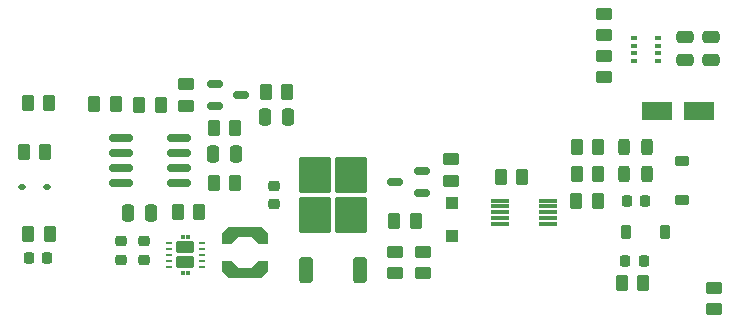
<source format=gbr>
%TF.GenerationSoftware,KiCad,Pcbnew,(7.0.0)*%
%TF.CreationDate,2023-04-17T14:45:16+03:00*%
%TF.ProjectId,sensor_system,73656e73-6f72-45f7-9379-7374656d2e6b,rev?*%
%TF.SameCoordinates,Original*%
%TF.FileFunction,Paste,Top*%
%TF.FilePolarity,Positive*%
%FSLAX46Y46*%
G04 Gerber Fmt 4.6, Leading zero omitted, Abs format (unit mm)*
G04 Created by KiCad (PCBNEW (7.0.0)) date 2023-04-17 14:45:16*
%MOMM*%
%LPD*%
G01*
G04 APERTURE LIST*
G04 Aperture macros list*
%AMRoundRect*
0 Rectangle with rounded corners*
0 $1 Rounding radius*
0 $2 $3 $4 $5 $6 $7 $8 $9 X,Y pos of 4 corners*
0 Add a 4 corners polygon primitive as box body*
4,1,4,$2,$3,$4,$5,$6,$7,$8,$9,$2,$3,0*
0 Add four circle primitives for the rounded corners*
1,1,$1+$1,$2,$3*
1,1,$1+$1,$4,$5*
1,1,$1+$1,$6,$7*
1,1,$1+$1,$8,$9*
0 Add four rect primitives between the rounded corners*
20,1,$1+$1,$2,$3,$4,$5,0*
20,1,$1+$1,$4,$5,$6,$7,0*
20,1,$1+$1,$6,$7,$8,$9,0*
20,1,$1+$1,$8,$9,$2,$3,0*%
%AMFreePoly0*
4,1,11,1.015000,1.170000,0.435000,0.575000,0.435000,-0.575000,1.015000,-1.170000,1.015000,-1.945000,0.125000,-1.945000,-0.435000,-1.395000,-0.435000,1.395000,0.125000,1.945000,1.015000,1.945000,1.015000,1.170000,1.015000,1.170000,$1*%
%AMFreePoly1*
4,1,11,0.435000,1.395000,0.435000,-1.395000,-0.125000,-1.945000,-1.015000,-1.945000,-1.015000,-1.170000,-0.435000,-0.575000,-0.435000,0.575000,-1.015000,1.170000,-1.015000,1.945000,-0.125000,1.945000,0.435000,1.395000,0.435000,1.395000,$1*%
G04 Aperture macros list end*
%ADD10RoundRect,0.250000X0.262500X0.450000X-0.262500X0.450000X-0.262500X-0.450000X0.262500X-0.450000X0*%
%ADD11RoundRect,0.250000X-0.450000X0.262500X-0.450000X-0.262500X0.450000X-0.262500X0.450000X0.262500X0*%
%ADD12R,1.498600X0.304800*%
%ADD13RoundRect,0.225000X0.375000X-0.225000X0.375000X0.225000X-0.375000X0.225000X-0.375000X-0.225000X0*%
%ADD14RoundRect,0.250000X-0.262500X-0.450000X0.262500X-0.450000X0.262500X0.450000X-0.262500X0.450000X0*%
%ADD15RoundRect,0.250000X0.475000X-0.250000X0.475000X0.250000X-0.475000X0.250000X-0.475000X-0.250000X0*%
%ADD16RoundRect,0.225000X-0.225000X-0.375000X0.225000X-0.375000X0.225000X0.375000X-0.225000X0.375000X0*%
%ADD17RoundRect,0.225000X0.250000X-0.225000X0.250000X0.225000X-0.250000X0.225000X-0.250000X-0.225000X0*%
%ADD18R,0.500000X0.350000*%
%ADD19RoundRect,0.243750X-0.243750X-0.456250X0.243750X-0.456250X0.243750X0.456250X-0.243750X0.456250X0*%
%ADD20RoundRect,0.250000X0.450000X-0.262500X0.450000X0.262500X-0.450000X0.262500X-0.450000X-0.262500X0*%
%ADD21RoundRect,0.250000X0.250000X0.475000X-0.250000X0.475000X-0.250000X-0.475000X0.250000X-0.475000X0*%
%ADD22RoundRect,0.250000X-0.250000X-0.475000X0.250000X-0.475000X0.250000X0.475000X-0.250000X0.475000X0*%
%ADD23RoundRect,0.025000X0.100000X0.145000X-0.100000X0.145000X-0.100000X-0.145000X0.100000X-0.145000X0*%
%ADD24RoundRect,0.106000X0.644000X0.424000X-0.644000X0.424000X-0.644000X-0.424000X0.644000X-0.424000X0*%
%ADD25R,0.600000X0.240000*%
%ADD26RoundRect,0.218750X-0.218750X-0.256250X0.218750X-0.256250X0.218750X0.256250X-0.218750X0.256250X0*%
%ADD27FreePoly0,270.000000*%
%ADD28FreePoly1,270.000000*%
%ADD29RoundRect,0.250000X0.350000X-0.850000X0.350000X0.850000X-0.350000X0.850000X-0.350000X-0.850000X0*%
%ADD30RoundRect,0.250000X1.125000X-1.275000X1.125000X1.275000X-1.125000X1.275000X-1.125000X-1.275000X0*%
%ADD31RoundRect,0.150000X-0.512500X-0.150000X0.512500X-0.150000X0.512500X0.150000X-0.512500X0.150000X0*%
%ADD32RoundRect,0.225000X-0.225000X-0.250000X0.225000X-0.250000X0.225000X0.250000X-0.225000X0.250000X0*%
%ADD33RoundRect,0.250000X0.300000X-0.300000X0.300000X0.300000X-0.300000X0.300000X-0.300000X-0.300000X0*%
%ADD34RoundRect,0.112500X0.187500X0.112500X-0.187500X0.112500X-0.187500X-0.112500X0.187500X-0.112500X0*%
%ADD35RoundRect,0.250000X-1.050000X-0.550000X1.050000X-0.550000X1.050000X0.550000X-1.050000X0.550000X0*%
%ADD36RoundRect,0.218750X0.218750X0.256250X-0.218750X0.256250X-0.218750X-0.256250X0.218750X-0.256250X0*%
%ADD37RoundRect,0.150000X0.512500X0.150000X-0.512500X0.150000X-0.512500X-0.150000X0.512500X-0.150000X0*%
%ADD38RoundRect,0.150000X-0.825000X-0.150000X0.825000X-0.150000X0.825000X0.150000X-0.825000X0.150000X0*%
G04 APERTURE END LIST*
D10*
%TO.C,R3*%
X107312500Y-32900000D03*
X105487500Y-32900000D03*
%TD*%
D11*
%TO.C,R17*%
X144800000Y-28687500D03*
X144800000Y-30512500D03*
%TD*%
D12*
%TO.C,U3*%
X140107399Y-42940599D03*
X140107399Y-42457999D03*
X140107399Y-41949999D03*
X140107399Y-41441999D03*
X140107399Y-40959399D03*
X135992599Y-40959399D03*
X135992599Y-41441999D03*
X135992599Y-41949999D03*
X135992599Y-42457999D03*
X135992599Y-42940599D03*
%TD*%
D13*
%TO.C,D3*%
X151400000Y-40900000D03*
X151400000Y-37600000D03*
%TD*%
D14*
%TO.C,C7*%
X111787500Y-39450000D03*
X113612500Y-39450000D03*
%TD*%
D15*
%TO.C,C11*%
X151700000Y-29050000D03*
X151700000Y-27150000D03*
%TD*%
D10*
%TO.C,R5*%
X144362500Y-36450000D03*
X142537500Y-36450000D03*
%TD*%
D16*
%TO.C,D4*%
X146700000Y-43650000D03*
X150000000Y-43650000D03*
%TD*%
D17*
%TO.C,C13*%
X116900000Y-41275000D03*
X116900000Y-39725000D03*
%TD*%
D14*
%TO.C,R12*%
X127087500Y-42650000D03*
X128912500Y-42650000D03*
%TD*%
D17*
%TO.C,C15*%
X105900000Y-45975000D03*
X105900000Y-44425000D03*
%TD*%
D18*
%TO.C,U4*%
X147349999Y-29149999D03*
X147349999Y-28499999D03*
X147349999Y-27849999D03*
X147349999Y-27199999D03*
X149399999Y-27199999D03*
X149399999Y-27849999D03*
X149399999Y-28499999D03*
X149399999Y-29149999D03*
%TD*%
D14*
%TO.C,R2*%
X95700000Y-36825000D03*
X97525000Y-36825000D03*
%TD*%
D19*
%TO.C,D6*%
X146562500Y-38700000D03*
X148437500Y-38700000D03*
%TD*%
D20*
%TO.C,R9*%
X129550000Y-47112500D03*
X129550000Y-45287500D03*
%TD*%
D10*
%TO.C,R7*%
X144312500Y-41000000D03*
X142487500Y-41000000D03*
%TD*%
D21*
%TO.C,C10*%
X106450000Y-42000000D03*
X104550000Y-42000000D03*
%TD*%
D11*
%TO.C,R13*%
X154150000Y-48337500D03*
X154150000Y-50162500D03*
%TD*%
D14*
%TO.C,C6*%
X116187500Y-31800000D03*
X118012500Y-31800000D03*
%TD*%
D11*
%TO.C,C4*%
X109450000Y-31087500D03*
X109450000Y-32912500D03*
%TD*%
D22*
%TO.C,C2*%
X111750000Y-37000000D03*
X113650000Y-37000000D03*
%TD*%
D10*
%TO.C,R6*%
X144362500Y-38700000D03*
X142537500Y-38700000D03*
%TD*%
D14*
%TO.C,R14*%
X146337500Y-47950000D03*
X148162500Y-47950000D03*
%TD*%
D20*
%TO.C,R11*%
X131900000Y-39262500D03*
X131900000Y-37437500D03*
%TD*%
D17*
%TO.C,C14*%
X103900000Y-45975000D03*
X103900000Y-44425000D03*
%TD*%
D23*
%TO.C,U7*%
X109650000Y-47080000D03*
X109650000Y-44020000D03*
D24*
X109400000Y-46180000D03*
X109400000Y-44920000D03*
D23*
X109150000Y-47080000D03*
X109150000Y-44020000D03*
D25*
X110799999Y-46549999D03*
X110799999Y-46049999D03*
X110799999Y-45549999D03*
X110799999Y-45049999D03*
X110799999Y-44549999D03*
X107999999Y-44549999D03*
X107999999Y-45049999D03*
X107999999Y-45549999D03*
X107999999Y-46049999D03*
X107999999Y-46549999D03*
%TD*%
D26*
%TO.C,D7*%
X146762500Y-41000000D03*
X148337500Y-41000000D03*
%TD*%
D27*
%TO.C,L2*%
X114450000Y-43600000D03*
D28*
X114450000Y-47130000D03*
%TD*%
D15*
%TO.C,C12*%
X153900000Y-29050000D03*
X153900000Y-27150000D03*
%TD*%
D29*
%TO.C,Q2*%
X119590000Y-46800000D03*
D30*
X120345000Y-42175000D03*
X123395000Y-42175000D03*
X120345000Y-38825000D03*
X123395000Y-38825000D03*
D29*
X124150000Y-46800000D03*
%TD*%
D31*
%TO.C,U2*%
X111862500Y-31050000D03*
X111862500Y-32950000D03*
X114137500Y-32000000D03*
%TD*%
D14*
%TO.C,R4*%
X101687500Y-32800000D03*
X103512500Y-32800000D03*
%TD*%
D19*
%TO.C,D5*%
X146562500Y-36450000D03*
X148437500Y-36450000D03*
%TD*%
D20*
%TO.C,R15*%
X144800000Y-26962500D03*
X144800000Y-25137500D03*
%TD*%
D32*
%TO.C,C3*%
X96125000Y-45825000D03*
X97675000Y-45825000D03*
%TD*%
D33*
%TO.C,D8*%
X131950000Y-43950000D03*
X131950000Y-41150000D03*
%TD*%
D14*
%TO.C,R1*%
X96087500Y-43750000D03*
X97912500Y-43750000D03*
%TD*%
D34*
%TO.C,D1*%
X97662500Y-39825000D03*
X95562500Y-39825000D03*
%TD*%
D10*
%TO.C,R8*%
X137912500Y-38950000D03*
X136087500Y-38950000D03*
%TD*%
D35*
%TO.C,C9*%
X149300000Y-33350000D03*
X152900000Y-33350000D03*
%TD*%
D10*
%TO.C,R16*%
X110550000Y-41950000D03*
X108725000Y-41950000D03*
%TD*%
D36*
%TO.C,D10*%
X148187500Y-46050000D03*
X146612500Y-46050000D03*
%TD*%
D22*
%TO.C,C8*%
X116150000Y-33900000D03*
X118050000Y-33900000D03*
%TD*%
D14*
%TO.C,C5*%
X96037500Y-32700000D03*
X97862500Y-32700000D03*
%TD*%
D37*
%TO.C,Q1*%
X129400000Y-40350000D03*
X129400000Y-38450000D03*
X127125000Y-39400000D03*
%TD*%
D20*
%TO.C,R10*%
X127100000Y-47112500D03*
X127100000Y-45287500D03*
%TD*%
D14*
%TO.C,C1*%
X111787500Y-34850000D03*
X113612500Y-34850000D03*
%TD*%
D38*
%TO.C,U1*%
X103900000Y-35640000D03*
X103900000Y-36910000D03*
X103900000Y-38180000D03*
X103900000Y-39450000D03*
X108850000Y-39450000D03*
X108850000Y-38180000D03*
X108850000Y-36910000D03*
X108850000Y-35640000D03*
%TD*%
M02*

</source>
